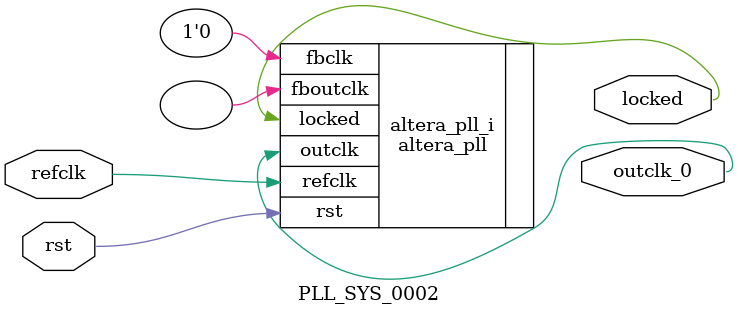
<source format=v>
`timescale 1ns/10ps
module  PLL_SYS_0002(

	// interface 'refclk'
	input wire refclk,

	// interface 'reset'
	input wire rst,

	// interface 'outclk0'
	output wire outclk_0,

	// interface 'locked'
	output wire locked
);

	altera_pll #(
		.fractional_vco_multiplier("false"),
		.reference_clock_frequency("50.0 MHz"),
		.operation_mode("direct"),
		.number_of_clocks(1),
		.output_clock_frequency0("40.000000 MHz"),
		.phase_shift0("0 ps"),
		.duty_cycle0(50),
		.output_clock_frequency1("0 MHz"),
		.phase_shift1("0 ps"),
		.duty_cycle1(50),
		.output_clock_frequency2("0 MHz"),
		.phase_shift2("0 ps"),
		.duty_cycle2(50),
		.output_clock_frequency3("0 MHz"),
		.phase_shift3("0 ps"),
		.duty_cycle3(50),
		.output_clock_frequency4("0 MHz"),
		.phase_shift4("0 ps"),
		.duty_cycle4(50),
		.output_clock_frequency5("0 MHz"),
		.phase_shift5("0 ps"),
		.duty_cycle5(50),
		.output_clock_frequency6("0 MHz"),
		.phase_shift6("0 ps"),
		.duty_cycle6(50),
		.output_clock_frequency7("0 MHz"),
		.phase_shift7("0 ps"),
		.duty_cycle7(50),
		.output_clock_frequency8("0 MHz"),
		.phase_shift8("0 ps"),
		.duty_cycle8(50),
		.output_clock_frequency9("0 MHz"),
		.phase_shift9("0 ps"),
		.duty_cycle9(50),
		.output_clock_frequency10("0 MHz"),
		.phase_shift10("0 ps"),
		.duty_cycle10(50),
		.output_clock_frequency11("0 MHz"),
		.phase_shift11("0 ps"),
		.duty_cycle11(50),
		.output_clock_frequency12("0 MHz"),
		.phase_shift12("0 ps"),
		.duty_cycle12(50),
		.output_clock_frequency13("0 MHz"),
		.phase_shift13("0 ps"),
		.duty_cycle13(50),
		.output_clock_frequency14("0 MHz"),
		.phase_shift14("0 ps"),
		.duty_cycle14(50),
		.output_clock_frequency15("0 MHz"),
		.phase_shift15("0 ps"),
		.duty_cycle15(50),
		.output_clock_frequency16("0 MHz"),
		.phase_shift16("0 ps"),
		.duty_cycle16(50),
		.output_clock_frequency17("0 MHz"),
		.phase_shift17("0 ps"),
		.duty_cycle17(50),
		.pll_type("General"),
		.pll_subtype("General")
	) altera_pll_i (
		.rst	(rst),
		.outclk	({outclk_0}),
		.locked	(locked),
		.fboutclk	( ),
		.fbclk	(1'b0),
		.refclk	(refclk)
	);
endmodule


</source>
